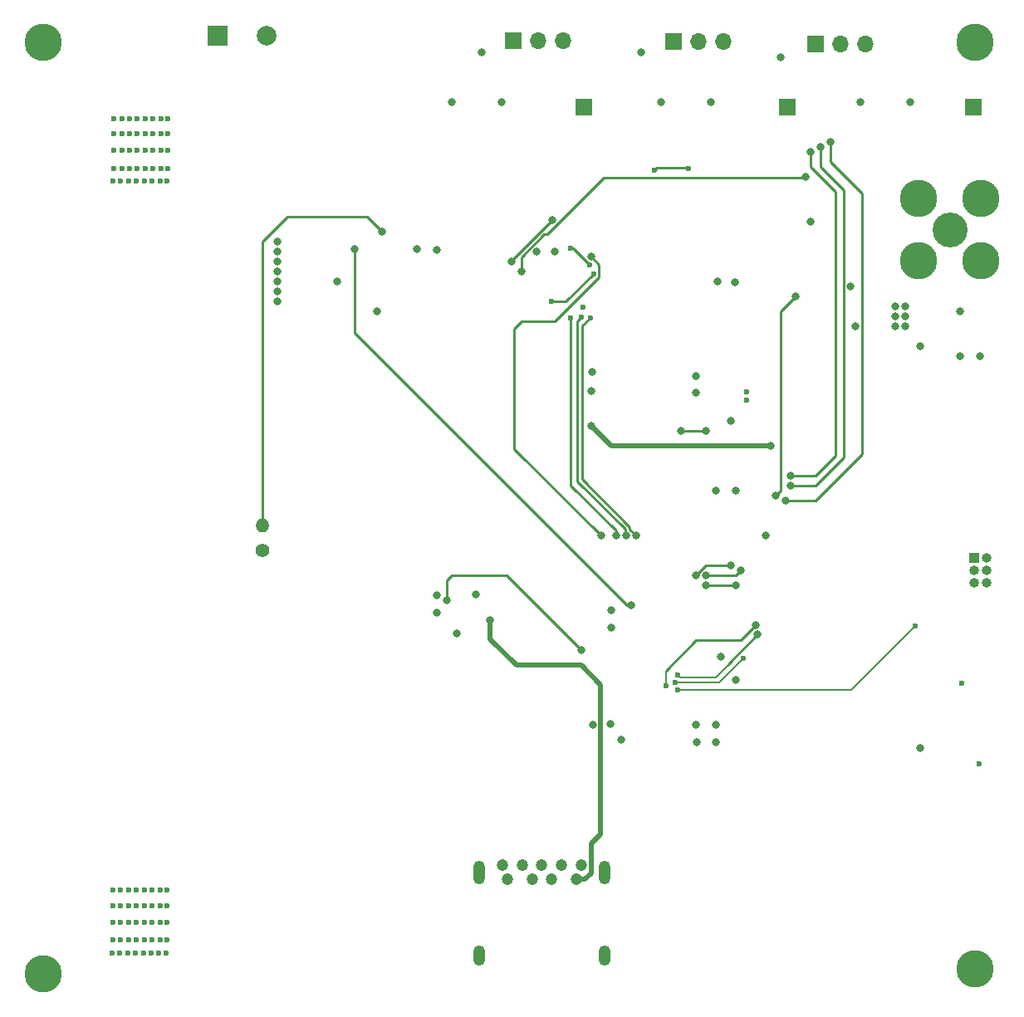
<source format=gbr>
%TF.GenerationSoftware,KiCad,Pcbnew,(5.1.10)-1*%
%TF.CreationDate,2022-01-27T16:49:40-03:30*%
%TF.ProjectId,mallard,6d616c6c-6172-4642-9e6b-696361645f70,rev?*%
%TF.SameCoordinates,Original*%
%TF.FileFunction,Copper,L4,Bot*%
%TF.FilePolarity,Positive*%
%FSLAX46Y46*%
G04 Gerber Fmt 4.6, Leading zero omitted, Abs format (unit mm)*
G04 Created by KiCad (PCBNEW (5.1.10)-1) date 2022-01-27 16:49:40*
%MOMM*%
%LPD*%
G01*
G04 APERTURE LIST*
%TA.AperFunction,ComponentPad*%
%ADD10C,3.800000*%
%TD*%
%TA.AperFunction,ComponentPad*%
%ADD11O,1.700000X1.700000*%
%TD*%
%TA.AperFunction,ComponentPad*%
%ADD12R,1.700000X1.700000*%
%TD*%
%TA.AperFunction,ComponentPad*%
%ADD13R,2.006600X2.006600*%
%TD*%
%TA.AperFunction,ComponentPad*%
%ADD14C,2.006600*%
%TD*%
%TA.AperFunction,ComponentPad*%
%ADD15O,1.400000X1.400000*%
%TD*%
%TA.AperFunction,ComponentPad*%
%ADD16C,1.400000*%
%TD*%
%TA.AperFunction,ComponentPad*%
%ADD17C,3.810000*%
%TD*%
%TA.AperFunction,ComponentPad*%
%ADD18C,3.556000*%
%TD*%
%TA.AperFunction,ComponentPad*%
%ADD19O,1.000000X1.000000*%
%TD*%
%TA.AperFunction,ComponentPad*%
%ADD20R,1.000000X1.000000*%
%TD*%
%TA.AperFunction,ComponentPad*%
%ADD21O,1.200000X2.100000*%
%TD*%
%TA.AperFunction,ComponentPad*%
%ADD22O,1.200000X2.400000*%
%TD*%
%TA.AperFunction,ComponentPad*%
%ADD23C,1.200000*%
%TD*%
%TA.AperFunction,ViaPad*%
%ADD24C,0.800000*%
%TD*%
%TA.AperFunction,ViaPad*%
%ADD25C,0.599440*%
%TD*%
%TA.AperFunction,Conductor*%
%ADD26C,0.250000*%
%TD*%
%TA.AperFunction,Conductor*%
%ADD27C,0.500000*%
%TD*%
%TA.AperFunction,Conductor*%
%ADD28C,0.200001*%
%TD*%
G04 APERTURE END LIST*
D10*
%TO.P,REF\u002A\u002A,1*%
%TO.N,N/C*%
X197104000Y-51308000D03*
%TD*%
%TO.P,REF\u002A\u002A,1*%
%TO.N,N/C*%
X197104000Y-145796000D03*
%TD*%
%TO.P,REF\u002A\u002A,1*%
%TO.N,N/C*%
X102108000Y-146304000D03*
%TD*%
%TO.P,REF\u002A\u002A,1*%
%TO.N,N/C*%
X102108000Y-51308000D03*
%TD*%
D11*
%TO.P,J5,3*%
%TO.N,GND*%
X171508000Y-51224000D03*
%TO.P,J5,2*%
%TO.N,Net-(J5-Pad2)*%
X168968000Y-51224000D03*
D12*
%TO.P,J5,1*%
%TO.N,+3V3*%
X166428000Y-51224000D03*
%TD*%
D11*
%TO.P,J6,3*%
%TO.N,GND*%
X155108000Y-51124000D03*
%TO.P,J6,2*%
%TO.N,Net-(J6-Pad2)*%
X152568000Y-51124000D03*
D12*
%TO.P,J6,1*%
%TO.N,+3V3*%
X150028000Y-51124000D03*
%TD*%
D11*
%TO.P,J4,3*%
%TO.N,GND*%
X185908000Y-51424000D03*
%TO.P,J4,2*%
%TO.N,Net-(J4-Pad2)*%
X183368000Y-51424000D03*
D12*
%TO.P,J4,1*%
%TO.N,+3V3*%
X180828000Y-51424000D03*
%TD*%
D13*
%TO.P,Ref2,1*%
%TO.N,GND*%
X119927999Y-50624000D03*
D14*
%TO.P,Ref2,2*%
%TO.N,Net-(D1-Pad2)*%
X124928001Y-50624000D03*
%TD*%
D15*
%TO.P,TH1,2*%
%TO.N,Net-(R2-Pad2)*%
X124460000Y-100584000D03*
D16*
%TO.P,TH1,1*%
%TO.N,GND*%
X124460000Y-103124000D03*
%TD*%
D17*
%TO.P,Ref1,2*%
%TO.N,Net-(R12-Pad2)*%
X197728000Y-73549000D03*
X191378000Y-73549000D03*
X197728000Y-67199000D03*
D18*
%TO.P,Ref1,1*%
%TO.N,Net-(R11-Pad2)*%
X194553000Y-70374000D03*
D17*
%TO.P,Ref1,2*%
%TO.N,Net-(R12-Pad2)*%
X191378000Y-67199000D03*
%TD*%
D19*
%TO.P,J2,6*%
%TO.N,/RESET_L*%
X198298000Y-106364000D03*
%TO.P,J2,5*%
%TO.N,+3V3*%
X197028000Y-106364000D03*
%TO.P,J2,4*%
%TO.N,Net-(J2-Pad4)*%
X198298000Y-105094000D03*
%TO.P,J2,3*%
%TO.N,/SWCLK*%
X197028000Y-105094000D03*
%TO.P,J2,2*%
%TO.N,GND*%
X198298000Y-103824000D03*
D20*
%TO.P,J2,1*%
%TO.N,/SWDIO*%
X197028000Y-103824000D03*
%TD*%
D21*
%TO.P,J1,10*%
%TO.N,N/C*%
X159364000Y-144402000D03*
X146564000Y-144402000D03*
D22*
X159364000Y-135902000D03*
X146564000Y-135902000D03*
D23*
%TO.P,J1,9*%
X156964000Y-135152000D03*
%TO.P,J1,8*%
X154964000Y-135152000D03*
%TO.P,J1,7*%
X152964000Y-135152000D03*
%TO.P,J1,6*%
X150964000Y-135152000D03*
%TO.P,J1,5*%
%TO.N,GND*%
X148964000Y-135152000D03*
%TO.P,J1,4*%
X149464000Y-136652000D03*
%TO.P,J1,3*%
%TO.N,/USB+*%
X151964000Y-136652000D03*
%TO.P,J1,2*%
%TO.N,/USB-*%
X153964000Y-136652000D03*
%TO.P,J1,1*%
%TO.N,+5V*%
X156464000Y-136652000D03*
%TD*%
D12*
%TO.P,Eh3,1*%
%TO.N,Net-(Eh3-Pad1)*%
X196928000Y-57912000D03*
%TD*%
%TO.P,Eh2,1*%
%TO.N,Net-(Eh2-Pad1)*%
X178028000Y-57912000D03*
%TD*%
%TO.P,Eh1,1*%
%TO.N,Net-(Eh1-Pad1)*%
X157253000Y-57912000D03*
%TD*%
D24*
%TO.N,GND*%
X191516000Y-82296000D03*
X197612000Y-83312000D03*
X152400000Y-72644000D03*
X136144000Y-78740000D03*
X132080000Y-75692000D03*
X177292000Y-52832000D03*
X163068000Y-52324000D03*
X146812000Y-52324000D03*
X190500000Y-57404000D03*
X170180000Y-57404000D03*
X157988000Y-86868000D03*
X184912000Y-80264000D03*
X184404000Y-76200000D03*
X170688000Y-97028000D03*
X180340000Y-69596000D03*
D25*
X173872000Y-87808000D03*
X173872000Y-86908000D03*
X112428000Y-137724000D03*
X110828000Y-137724000D03*
X112428000Y-141024000D03*
X110728000Y-144124000D03*
X110028000Y-137724000D03*
X109928000Y-144124000D03*
X109228000Y-141024000D03*
X112328000Y-144124000D03*
X109228000Y-137724000D03*
X114728000Y-141024000D03*
X111628000Y-141024000D03*
X113128000Y-144124000D03*
X114628000Y-144124000D03*
X113228000Y-137724000D03*
X114028000Y-137724000D03*
X114728000Y-137724000D03*
X113228000Y-141024000D03*
X113928000Y-144124000D03*
X111528000Y-144124000D03*
X112428000Y-139324000D03*
X110828000Y-139324000D03*
X110028000Y-141024000D03*
X109128000Y-144124000D03*
X111628000Y-137724000D03*
X110028000Y-139324000D03*
X114028000Y-141024000D03*
X110828000Y-141024000D03*
X110828000Y-142824000D03*
X111628000Y-139324000D03*
X114728000Y-142824000D03*
X113228000Y-142824000D03*
X111628000Y-142824000D03*
X109228000Y-139324000D03*
X113228000Y-139324000D03*
X114028000Y-139324000D03*
X114728000Y-139324000D03*
X110028000Y-142824000D03*
X112428000Y-142824000D03*
X114028000Y-142824000D03*
X109228000Y-142824000D03*
D24*
X148844000Y-57404000D03*
D25*
X157128000Y-78254000D03*
X197528000Y-124824000D03*
X195728000Y-116674000D03*
D24*
X170841500Y-75692000D03*
X168656000Y-87008500D03*
X175768000Y-101600000D03*
X160020000Y-109220000D03*
X158141500Y-120904000D03*
X142240000Y-107696000D03*
X146216000Y-107608000D03*
X140208000Y-72343000D03*
X142240000Y-72443000D03*
X168728000Y-122629000D03*
X170688000Y-122629000D03*
X172720000Y-116332000D03*
X195580000Y-78740000D03*
%TO.N,+3V3*%
X185420000Y-57404000D03*
D25*
X112528000Y-64124000D03*
X110928000Y-64124000D03*
X110128000Y-64124000D03*
X109328000Y-64124000D03*
X113328000Y-64124000D03*
X114128000Y-64124000D03*
X114828000Y-64124000D03*
X111728000Y-64124000D03*
X112528000Y-60624000D03*
X110928000Y-60624000D03*
X110128000Y-60624000D03*
X109328000Y-60624000D03*
X113328000Y-60624000D03*
X114128000Y-60624000D03*
X114828000Y-60624000D03*
X111728000Y-60624000D03*
X112428000Y-65424000D03*
X110828000Y-65424000D03*
X110028000Y-65424000D03*
X109228000Y-65424000D03*
X113228000Y-65424000D03*
X114028000Y-65424000D03*
X114728000Y-65424000D03*
X111628000Y-65424000D03*
X112528000Y-62324000D03*
X110928000Y-62324000D03*
X110128000Y-62324000D03*
X109328000Y-62324000D03*
X113328000Y-62324000D03*
X114128000Y-62324000D03*
X114828000Y-62324000D03*
X111728000Y-62324000D03*
X114828000Y-59024000D03*
X114128000Y-59024000D03*
X113328000Y-59024000D03*
X112528000Y-59024000D03*
X111728000Y-59024000D03*
X110928000Y-59024000D03*
X110128000Y-59024000D03*
X109328000Y-59024000D03*
D24*
X143764000Y-57404000D03*
X191528000Y-123249000D03*
X165100000Y-57404000D03*
X160020000Y-110945000D03*
X172212000Y-89916000D03*
X172720000Y-97028000D03*
X158064750Y-84912750D03*
X161036000Y-122428000D03*
X159943250Y-120827250D03*
X144272000Y-111534000D03*
X142240000Y-109421000D03*
X172643250Y-75768750D03*
X154278500Y-72644000D03*
X125984000Y-71628000D03*
X125984000Y-72644000D03*
X125984000Y-73660000D03*
X125984000Y-74676000D03*
X125984000Y-75692000D03*
X125984000Y-76708000D03*
X125984000Y-77724000D03*
X171196000Y-113945500D03*
X195580000Y-83312000D03*
X168692000Y-120868000D03*
X170688000Y-120904000D03*
%TO.N,-3V3*%
X189992000Y-80264000D03*
X189992000Y-79248000D03*
X189992000Y-78232000D03*
X188976000Y-78232000D03*
X188976000Y-79248000D03*
X188976000Y-80264000D03*
X168656000Y-85283500D03*
%TO.N,Net-(Eh1-Pad1)*%
X149860000Y-73660000D03*
X154003000Y-69391010D03*
D25*
%TO.N,Net-(Eh2-Pad1)*%
X153953000Y-77724000D03*
X158222097Y-74918097D03*
D24*
%TO.N,Net-(Eh3-Pad1)*%
X150876000Y-74676000D03*
X179832000Y-65024000D03*
%TO.N,+5V*%
X147674500Y-110236000D03*
X147674500Y-110236000D03*
D25*
%TO.N,/SWCLK*%
X166778000Y-117324000D03*
X191028000Y-110824000D03*
%TO.N,/SWDIO*%
X165628000Y-116898720D03*
D24*
X174752000Y-110744000D03*
D25*
%TO.N,USART1_TX*%
X166778000Y-115774000D03*
D24*
X174961977Y-111672967D03*
D25*
%TO.N,USART1_RX*%
X166542896Y-116538090D03*
X173481840Y-114073552D03*
D24*
%TO.N,Net-(R2-Pad2)*%
X136652000Y-70612000D03*
%TO.N,+1V0*%
X176276000Y-92456000D03*
X157988000Y-90424000D03*
%TO.N,Charge_EN*%
X162052000Y-108712000D03*
X133840238Y-72338631D03*
D25*
%TO.N,Net-(SM3-Pad2)*%
X164428836Y-64324836D03*
X167878000Y-64124000D03*
D24*
%TO.N,Moisture_Sense*%
X159004000Y-101600000D03*
X157989985Y-73140159D03*
D25*
%TO.N,Net-(SM1-Pad2)*%
X155885631Y-72231631D03*
X157849046Y-73980544D03*
%TO.N,MUX1_A1*%
X157878000Y-79349270D03*
D24*
X162560000Y-101600000D03*
D25*
%TO.N,MUX1_A0*%
X156978000Y-79324000D03*
D24*
X161560308Y-101609703D03*
D25*
%TO.N,MUX1_EN*%
X155928000Y-79349270D03*
D24*
X160528000Y-101600000D03*
%TO.N,Net-(U6-Pad13)*%
X178816000Y-77216000D03*
X176782861Y-97534701D03*
%TO.N,MUX2_A1*%
X169672000Y-106680000D03*
X172720000Y-106680000D03*
%TO.N,MUX2_A0*%
X169672000Y-105664000D03*
X173228000Y-105156000D03*
%TO.N,MUX2_EN*%
X168656000Y-105664000D03*
X172212000Y-104648000D03*
%TO.N,+1V0_EN*%
X167132000Y-90932000D03*
X169672000Y-90932000D03*
%TO.N,Net-(J4-Pad2)*%
X182372000Y-61468000D03*
X177800000Y-98044000D03*
%TO.N,Net-(J5-Pad2)*%
X181356000Y-61976000D03*
X178308000Y-96520000D03*
%TO.N,Net-(J6-Pad2)*%
X180340000Y-62484000D03*
X178308000Y-95504000D03*
%TO.N,5V_RST*%
X143256000Y-108204000D03*
X156972000Y-113284000D03*
%TD*%
D26*
%TO.N,Net-(Eh1-Pad1)*%
X149860000Y-73534010D02*
X149860000Y-73660000D01*
X154003000Y-69391010D02*
X149860000Y-73534010D01*
%TO.N,Net-(Eh2-Pad1)*%
X153953000Y-77724000D02*
X155178592Y-77724000D01*
X155178592Y-77724000D02*
X155416193Y-77724000D01*
X158222097Y-74918097D02*
X158238677Y-74901516D01*
X155416193Y-77724000D02*
X158222097Y-74918097D01*
%TO.N,Net-(Eh3-Pad1)*%
X153490347Y-70861653D02*
X159302163Y-65049837D01*
X159302163Y-65049837D02*
X166571510Y-65049837D01*
X150876000Y-73165446D02*
X150876000Y-74676000D01*
X153179793Y-70861653D02*
X150876000Y-73165446D01*
X153490347Y-70861653D02*
X153179793Y-70861653D01*
X179806163Y-65049837D02*
X179832000Y-65024000D01*
X166571510Y-65049837D02*
X179806163Y-65049837D01*
D27*
%TO.N,+5V*%
X157966401Y-132997401D02*
X157966401Y-135998127D01*
X158943901Y-132019901D02*
X157966401Y-132997401D01*
X158943901Y-116779901D02*
X158943901Y-132019901D01*
X157312528Y-136652000D02*
X156464000Y-136652000D01*
X156972000Y-114808000D02*
X158943901Y-116779901D01*
X150368000Y-114808000D02*
X156972000Y-114808000D01*
X157966401Y-135998127D02*
X157312528Y-136652000D01*
X147674500Y-112114500D02*
X150368000Y-114808000D01*
X147674500Y-110236000D02*
X147674500Y-112114500D01*
D28*
%TO.N,/SWCLK*%
X166778000Y-117324000D02*
X184528000Y-117324000D01*
X184528000Y-117324000D02*
X191028000Y-110824000D01*
D26*
%TO.N,/SWDIO*%
X168696000Y-112268000D02*
X165628000Y-115336000D01*
X170180000Y-112268000D02*
X168696000Y-112268000D01*
D28*
X165628000Y-116898720D02*
X165628000Y-115336000D01*
D26*
X170180000Y-112268000D02*
X173228000Y-112268000D01*
X173228000Y-112268000D02*
X174752000Y-110744000D01*
D28*
%TO.N,USART1_TX*%
X170665589Y-116073719D02*
X171978000Y-114761308D01*
X166778000Y-115774000D02*
X167077719Y-116073719D01*
X167077719Y-116073719D02*
X170665589Y-116073719D01*
D26*
X171978000Y-114656944D02*
X174961977Y-111672967D01*
X171978000Y-114761308D02*
X171978000Y-114656944D01*
D28*
%TO.N,USART1_RX*%
X166542896Y-116538090D02*
X171017302Y-116538090D01*
X171017302Y-116538090D02*
X173481840Y-114073552D01*
D26*
%TO.N,Net-(R2-Pad2)*%
X127000000Y-69088000D02*
X124460000Y-71628000D01*
X135128000Y-69088000D02*
X127000000Y-69088000D01*
X124460000Y-71628000D02*
X124460000Y-100584000D01*
X136652000Y-70612000D02*
X135128000Y-69088000D01*
D27*
%TO.N,+1V0*%
X160020000Y-92456000D02*
X157988000Y-90424000D01*
X176276000Y-92456000D02*
X160020000Y-92456000D01*
D26*
%TO.N,Charge_EN*%
X161636860Y-108712000D02*
X162052000Y-108712000D01*
X133840238Y-80915378D02*
X161636860Y-108712000D01*
X133840238Y-72338631D02*
X133840238Y-80915378D01*
%TO.N,Net-(SM3-Pad2)*%
X167779117Y-64025117D02*
X167878000Y-64124000D01*
X164428836Y-64324836D02*
X164728555Y-64025117D01*
X164728555Y-64025117D02*
X167779117Y-64025117D01*
%TO.N,Moisture_Sense*%
X159004000Y-101600000D02*
X150150879Y-92746879D01*
X158799218Y-75195116D02*
X154238334Y-79756000D01*
X158799218Y-73949392D02*
X158799218Y-75195116D01*
X157989985Y-73140159D02*
X158799218Y-73949392D01*
X154238334Y-79756000D02*
X150876000Y-79756000D01*
X150150879Y-80481121D02*
X150150879Y-92746879D01*
X150876000Y-79756000D02*
X150150879Y-80481121D01*
%TO.N,Net-(SM1-Pad2)*%
X157849046Y-73980544D02*
X156100133Y-72231631D01*
X156100133Y-72231631D02*
X155885631Y-72231631D01*
%TO.N,MUX1_A1*%
X157878000Y-79349270D02*
X157052598Y-80174672D01*
X157052598Y-95837600D02*
X161902731Y-100687733D01*
X157052598Y-80174672D02*
X157052598Y-95837600D01*
X161902731Y-100942731D02*
X162560000Y-101600000D01*
X161902731Y-100687733D02*
X161902731Y-100942731D01*
%TO.N,MUX1_A0*%
X161452721Y-100874133D02*
X156602588Y-96024000D01*
X156602588Y-96024000D02*
X156602588Y-79699412D01*
X156602588Y-79699412D02*
X156978000Y-79324000D01*
X161452721Y-101502116D02*
X161560308Y-101609703D01*
X161452721Y-100874133D02*
X161452721Y-101502116D01*
%TO.N,MUX1_EN*%
X155928000Y-79349270D02*
X155928000Y-96274000D01*
X155928000Y-96274000D02*
X155928000Y-96492000D01*
X160528000Y-101092000D02*
X160528000Y-101600000D01*
X155928000Y-96492000D02*
X160528000Y-101092000D01*
%TO.N,Net-(U6-Pad13)*%
X178816000Y-77216000D02*
X177292000Y-78740000D01*
X177292000Y-78740000D02*
X177292000Y-94488000D01*
X177292000Y-97025562D02*
X176782861Y-97534701D01*
X177292000Y-94488000D02*
X177292000Y-97025562D01*
%TO.N,MUX2_A1*%
X169672000Y-106680000D02*
X172720000Y-106680000D01*
%TO.N,MUX2_A0*%
X172720000Y-105664000D02*
X173228000Y-105156000D01*
X169672000Y-105664000D02*
X172720000Y-105664000D01*
%TO.N,MUX2_EN*%
X168656000Y-105664000D02*
X169672000Y-104648000D01*
X169672000Y-104648000D02*
X172212000Y-104648000D01*
%TO.N,+1V0_EN*%
X167132000Y-90932000D02*
X169672000Y-90932000D01*
%TO.N,Net-(J4-Pad2)*%
X182372000Y-61468000D02*
X182372000Y-63500000D01*
X185589401Y-66717401D02*
X185589401Y-92794599D01*
X182372000Y-63500000D02*
X185589401Y-66717401D01*
X185589401Y-92794599D02*
X185589401Y-93302599D01*
X185589401Y-93302599D02*
X181356000Y-97536000D01*
X180848000Y-98044000D02*
X177800000Y-98044000D01*
X181356000Y-97536000D02*
X180848000Y-98044000D01*
%TO.N,Net-(J5-Pad2)*%
X181356000Y-61976000D02*
X181356000Y-64008000D01*
X183726599Y-66378599D02*
X183726599Y-93641401D01*
X181356000Y-64008000D02*
X183726599Y-66378599D01*
X183726599Y-93641401D02*
X180848000Y-96520000D01*
X180848000Y-96520000D02*
X178308000Y-96520000D01*
%TO.N,Net-(J6-Pad2)*%
X180340000Y-62484000D02*
X180340000Y-64008000D01*
X180340000Y-64008000D02*
X182880000Y-66548000D01*
X182880000Y-66548000D02*
X182880000Y-93472000D01*
X182880000Y-93472000D02*
X181864000Y-94488000D01*
X181864000Y-94488000D02*
X180848000Y-95504000D01*
X180848000Y-95504000D02*
X178308000Y-95504000D01*
%TO.N,5V_RST*%
X143256000Y-108204000D02*
X143256000Y-106172000D01*
X143256000Y-106172000D02*
X143764000Y-105664000D01*
X149352000Y-105664000D02*
X156972000Y-113284000D01*
X143764000Y-105664000D02*
X149352000Y-105664000D01*
%TD*%
M02*

</source>
